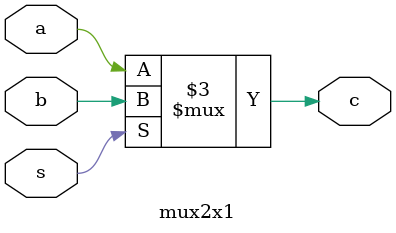
<source format=sv>
module mux2x1 (
	input  logic a,
	input  logic b,
	input  logic s, 
	
	output logic c
);

	always_comb 
	begin
		if (s) 
		begin
			c = b;
		end
		else 
		begin
			c = a;
		end
	end

endmodule: mux2x1
</source>
